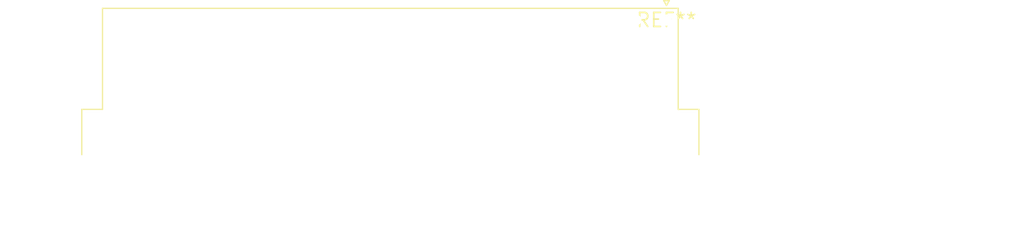
<source format=kicad_pcb>
(kicad_pcb (version 20240108) (generator pcbnew)
  (layers (0 "F.Cu" signal) (31 "B.Cu" signal) (34 "B.Paste" user) (35 "F.Paste" user) (36 "B.SilkS" user "B.Silkscreen") (37 "F.SilkS" user "F.Silkscreen") (38 "B.Mask" user) (39 "F.Mask" user) (44 "Edge.Cuts" user))
  (net 0 "")
  (footprint "DSUB-37_Female_Horizontal_P2.77x2.84mm_EdgePinOffset9.40mm" (layer "F.Cu") (at 0 0)
    (property "Reference" "REF**")
    (property "Value" "DSUB-37_Female_Horizontal_P2.77x2.84mm_EdgePinOffset9.40mm")
    (fp_line (start -52.79 8.08) (end -50.92 8.08) (layer "F.SilkS") (stroke (width 0.12)))
    (fp_line (start -52.79 12.18) (end -52.79 8.08) (layer "F.SilkS") (stroke (width 0.12)))
    (fp_line (start -50.92 -1.06) (end 1.06 -1.06) (layer "F.SilkS") (stroke (width 0.12)))
    (fp_line (start -50.92 8.08) (end -50.92 -1.06) (layer "F.SilkS") (stroke (width 0.12)))
    (fp_line (start -0.25 -1.754338) (end 0.25 -1.754338) (layer "F.SilkS") (stroke (width 0.12)))
    (fp_line (start 0 -1.321325) (end -0.25 -1.754338) (layer "F.SilkS") (stroke (width 0.12)))
    (fp_line (start 0.25 -1.754338) (end 0 -1.321325) (layer "F.SilkS") (stroke (width 0.12)))
    (fp_line (start 1.06 -1.06) (end 1.06 8.08) (layer "F.SilkS") (stroke (width 0.12)))
    (fp_line (start 1.06 8.08) (end 2.93 8.08) (layer "F.SilkS") (stroke (width 0.12)))
    (fp_line (start 2.93 8.08) (end 2.93 12.18) (layer "F.SilkS") (stroke (width 0.12)))
    (pad "1" thru_hole rect (at 0 0) (size 1.6 1.6) (drill 1) (layers *.Cu *.Mask) (remove_unused_layers))
    (pad "2" thru_hole circle (at -2.77 0) (size 1.6 1.6) (drill 1) (layers *.Cu *.Mask) (remove_unused_layers))
    (pad "3" thru_hole circle (at -5.54 0) (size 1.6 1.6) (drill 1) (layers *.Cu *.Mask) (remove_unused_layers))
    (pad "4" thru_hole circle (at -8.31 0) (size 1.6 1.6) (drill 1) (layers *.Cu *.Mask) (remove_unused_layers))
    (pad "5" thru_hole circle (at -11.08 0) (size 1.6 1.6) (drill 1) (layers *.Cu *.Mask) (remove_unused_layers))
    (pad "6" thru_hole circle (at -13.85 0) (size 1.6 1.6) (drill 1) (layers *.Cu *.Mask) (remove_unused_layers))
    (pad "7" thru_hole circle (at -16.62 0) (size 1.6 1.6) (drill 1) (layers *.Cu *.Mask) (remove_unused_layers))
    (pad "8" thru_hole circle (at -19.39 0) (size 1.6 1.6) (drill 1) (layers *.Cu *.Mask) (remove_unused_layers))
    (pad "9" thru_hole circle (at -22.16 0) (size 1.6 1.6) (drill 1) (layers *.Cu *.Mask) (remove_unused_layers))
    (pad "10" thru_hole circle (at -24.93 0) (size 1.6 1.6) (drill 1) (layers *.Cu *.Mask) (remove_unused_layers))
    (pad "11" thru_hole circle (at -27.7 0) (size 1.6 1.6) (drill 1) (layers *.Cu *.Mask) (remove_unused_layers))
    (pad "12" thru_hole circle (at -30.47 0) (size 1.6 1.6) (drill 1) (layers *.Cu *.Mask) (remove_unused_layers))
    (pad "13" thru_hole circle (at -33.24 0) (size 1.6 1.6) (drill 1) (layers *.Cu *.Mask) (remove_unused_layers))
    (pad "14" thru_hole circle (at -36.01 0) (size 1.6 1.6) (drill 1) (layers *.Cu *.Mask) (remove_unused_layers))
    (pad "15" thru_hole circle (at -38.78 0) (size 1.6 1.6) (drill 1) (layers *.Cu *.Mask) (remove_unused_layers))
    (pad "16" thru_hole circle (at -41.55 0) (size 1.6 1.6) (drill 1) (layers *.Cu *.Mask) (remove_unused_layers))
    (pad "17" thru_hole circle (at -44.32 0) (size 1.6 1.6) (drill 1) (layers *.Cu *.Mask) (remove_unused_layers))
    (pad "18" thru_hole circle (at -47.09 0) (size 1.6 1.6) (drill 1) (layers *.Cu *.Mask) (remove_unused_layers))
    (pad "19" thru_hole circle (at -49.86 0) (size 1.6 1.6) (drill 1) (layers *.Cu *.Mask) (remove_unused_layers))
    (pad "20" thru_hole circle (at -1.385 2.84) (size 1.6 1.6) (drill 1) (layers *.Cu *.Mask) (remove_unused_layers))
    (pad "21" thru_hole circle (at -4.155 2.84) (size 1.6 1.6) (drill 1) (layers *.Cu *.Mask) (remove_unused_layers))
    (pad "22" thru_hole circle (at -6.925 2.84) (size 1.6 1.6) (drill 1) (layers *.Cu *.Mask) (remove_unused_layers))
    (pad "23" thru_hole circle (at -9.695 2.84) (size 1.6 1.6) (drill 1) (layers *.Cu *.Mask) (remove_unused_layers))
    (pad "24" thru_hole circle (at -12.465 2.84) (size 1.6 1.6) (drill 1) (layers *.Cu *.Mask) (remove_unused_layers))
    (pad "25" thru_hole circle (at -15.235 2.84) (size 1.6 1.6) (drill 1) (layers *.Cu *.Mask) (remove_unused_layers))
    (pad "26" thru_hole circle (at -18.005 2.84) (size 1.6 1.6) (drill 1) (layers *.Cu *.Mask) (remove_unused_layers))
    (pad "27" thru_hole circle (at -20.775 2.84) (size 1.6 1.6) (drill 1) (layers *.Cu *.Mask) (remove_unused_layers))
    (pad "28" thru_hole circle (at -23.545 2.84) (size 1.6 1.6) (drill 1) (layers *.Cu *.Mask) (remove_unused_layers))
    (pad "29" thru_hole circle (at -26.315 2.84) (size 1.6 1.6) (drill 1) (layers *.Cu *.Mask) (remove_unused_layers))
    (pad "30" thru_hole circle (at -29.085 2.84) (size 1.6 1.6) (drill 1) (layers *.Cu *.Mask) (remove_unused_layers))
    (pad "31" thru_hole circle (at -31.855 2.84) (size 1.6 1.6) (drill 1) (layers *.Cu *.Mask) (remove_unused_layers))
    (pad "32" thru_hole circle (at -34.625 2.84) (size 1.6 1.6) (drill 1) (layers *.Cu *.Mask) (remove_unused_layers))
    (pad "33" thru_hole circle (at -37.395 2.84) (size 1.6 1.6) (drill 1) (layers *.Cu *.Mask) (remove_unused_layers))
    (pad "34" thru_hole circle (at -40.165 2.84) (size 1.6 1.6) (drill 1) (layers *.Cu *.Mask) (remove_unused_layers))
    (pad "35" thru_hole circle (at -42.935 2.84) (size 1.6 1.6) (drill 1) (layers *.Cu *.Mask) (remove_unused_layers))
    (pad "36" thru_hole circle (at -45.705 2.84) (size 1.6 1.6) (drill 1) (layers *.Cu *.Mask) (remove_unused_layers))
    (pad "37" thru_hole circle (at -48.475 2.84) (size 1.6 1.6) (drill 1) (layers *.Cu *.Mask) (remove_unused_layers))
  )
)
</source>
